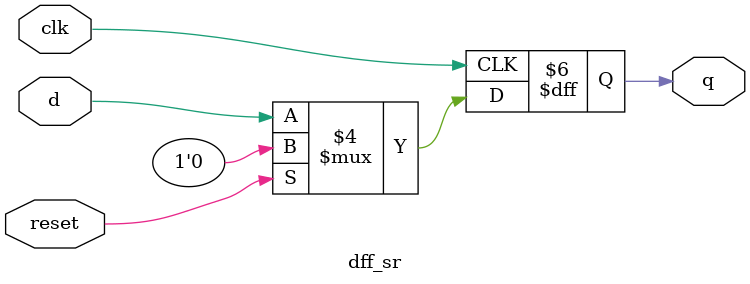
<source format=v>
module dff_sr(input clk, input reset, input d, output reg q);

    always @ (posedge clk)begin
        if(reset)
            q <= 0;
        else
            q <= d;
    end

    initial begin
        q <= 0;
    end
                
endmodule
</source>
